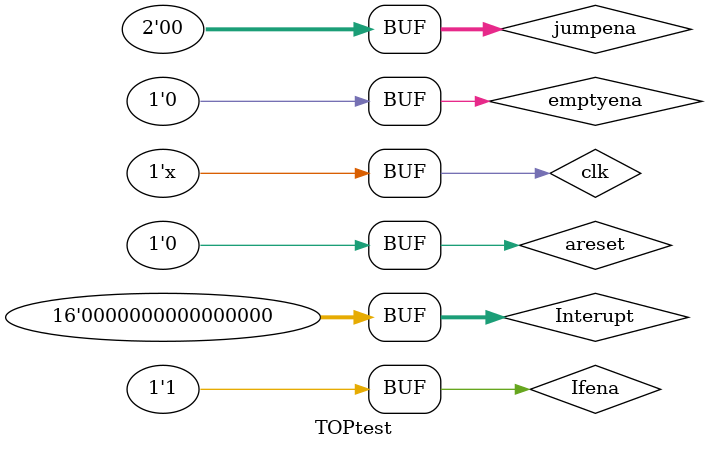
<source format=v>
`timescale 1ns / 1ps


module TOPtest(
    );
    reg clk;
    reg ena;
    reg reset;
    reg areset;
    reg [1:0] jumpena;
    reg emptyena;
    reg Ifena;
    reg [15:0] Interupt;
    wire [25:0] set_EXE;
    wire [25:0] set_MEM;
    wire [25:0] set_WB;
    wire [31:0] Pc_add4;
    wire [31:0] PC_out;
    wire [31:0] Instruction_IF;
    MIPS_CPU_TOP top(.clk(clk),.reset(reset),.areset(areset),.emptyena(emptyena),.Interupt(Interupt),.PC_out(PC_out));
    always #8 clk = ~clk;
    initial begin
        
        emptyena = 0;
        jumpena = 0;
        clk = 0;
        Ifena=1;
        Interupt=0;
        areset = 1;#1 areset = 0;
        //#79 Interupt = 16'b1000_0000_0000_0000;#25 Interupt = 0;
        //#16 Ifena = 1; jumpena = 1; emptyena = 1;
        //#16 Ifena = 0; jumpena = 0; emptyena = 1;
        //#64 reset = 0; jumpena = 2'b10;
        //#32 reset = 1;jumpena = 0;
        // #16 reset =1;
        // #50 emptyena =1; jumpena =1; Ifena=1;
        // #16 reset = 0;
        // #0 emptyena =0; jumpena =0; Ifena=0;reset = 1;
        
    end
endmodule

</source>
